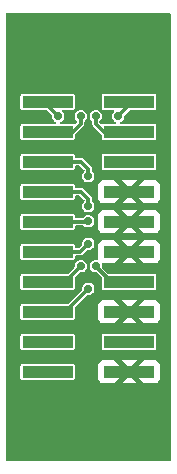
<source format=gbr>
%TF.GenerationSoftware,KiCad,Pcbnew,7.0.7-dirty*%
%TF.CreationDate,2023-09-27T11:33:23-05:00*%
%TF.ProjectId,BBB_JTAG_CTI20_SMT_TI20_SMT,4242425f-4a54-4414-975f-43544932305f,rev?*%
%TF.SameCoordinates,Original*%
%TF.FileFunction,Copper,L1,Top*%
%TF.FilePolarity,Positive*%
%FSLAX46Y46*%
G04 Gerber Fmt 4.6, Leading zero omitted, Abs format (unit mm)*
G04 Created by KiCad (PCBNEW 7.0.7-dirty) date 2023-09-27 11:33:23*
%MOMM*%
%LPD*%
G01*
G04 APERTURE LIST*
%TA.AperFunction,SMDPad,CuDef*%
%ADD10R,4.300000X1.020000*%
%TD*%
%TA.AperFunction,ViaPad*%
%ADD11C,0.736600*%
%TD*%
%TA.AperFunction,Conductor*%
%ADD12C,0.304800*%
%TD*%
G04 APERTURE END LIST*
D10*
%TO.P,P2,20*%
%TO.N,GND*%
X151951100Y-116433600D03*
%TO.P,P2,18*%
%TO.N,N/C*%
X151951100Y-113893600D03*
%TO.P,P2,16*%
%TO.N,GND*%
X151951100Y-111353600D03*
%TO.P,P2,14*%
%TO.N,EMU1*%
X151951100Y-108813600D03*
%TO.P,P2,12*%
%TO.N,GND*%
X151951100Y-106273600D03*
%TO.P,P2,10*%
X151951100Y-103733600D03*
%TO.P,P2,8*%
X151951100Y-101193600D03*
%TO.P,P2,6*%
%TO.N,N/C*%
X151951100Y-98653600D03*
%TO.P,P2,4*%
%TO.N,DIS*%
X151951100Y-96113600D03*
%TO.P,P2,2*%
%TO.N,TRST_N*%
X151951100Y-93573600D03*
%TO.P,P2,19*%
%TO.N,N/C*%
X145051100Y-116433600D03*
%TO.P,P2,17*%
X145051100Y-113893600D03*
%TO.P,P2,15*%
%TO.N,SRST_N*%
X145051100Y-111353600D03*
%TO.P,P2,13*%
%TO.N,EMU0*%
X145051100Y-108813600D03*
%TO.P,P2,11*%
%TO.N,TCK*%
X145051100Y-106273600D03*
%TO.P,P2,9*%
%TO.N,RTCK*%
X145051100Y-103733600D03*
%TO.P,P2,7*%
%TO.N,TDO*%
X145051100Y-101193600D03*
%TO.P,P2,5*%
%TO.N,VDD*%
X145051100Y-98653600D03*
%TO.P,P2,3*%
%TO.N,TDI*%
X145051100Y-96113600D03*
%TO.P,P2,1*%
%TO.N,TMS*%
X145051100Y-93573600D03*
%TD*%
D11*
%TO.N,SRST_N*%
X148486100Y-109398600D03*
%TO.N,RTCK*%
X148486100Y-103683600D03*
%TO.N,EMU1*%
X149121100Y-107493600D03*
%TO.N,EMU0*%
X147851100Y-107493600D03*
%TO.N,TCK*%
X148486100Y-105588600D03*
%TO.N,TDO*%
X148486100Y-102413600D03*
%TO.N,VDD*%
X148486100Y-99873600D03*
%TO.N,DIS*%
X149121100Y-94793600D03*
%TO.N,TDI*%
X147851100Y-94793600D03*
%TO.N,TMS*%
X145946100Y-94793600D03*
%TO.N,TRST_N*%
X151026100Y-94793600D03*
%TO.N,EMU1*%
X149121100Y-107493600D03*
%TO.N,GND*%
X148486100Y-116383600D03*
X148486100Y-113843600D03*
X148486100Y-111303600D03*
%TO.N,DIS*%
X149121100Y-94793600D03*
%TO.N,TRST_N*%
X151026100Y-94793600D03*
%TO.N,SRST_N*%
X148486100Y-109398600D03*
%TO.N,EMU0*%
X147851100Y-107493600D03*
%TO.N,TCK*%
X148486100Y-105588600D03*
%TO.N,RTCK*%
X148486100Y-103683600D03*
%TO.N,TDO*%
X148486100Y-102413600D03*
%TO.N,VDD*%
X148486100Y-99873600D03*
%TO.N,TDI*%
X147851100Y-94793600D03*
%TO.N,TMS*%
X145946100Y-94793600D03*
%TD*%
D12*
%TO.N,EMU1*%
X150441100Y-108813600D02*
X149121100Y-107493600D01*
X151951100Y-108813600D02*
X150441100Y-108813600D01*
%TO.N,DIS*%
X149121100Y-95428600D02*
X149121100Y-94793600D01*
X149806100Y-96113600D02*
X149121100Y-95428600D01*
X151951100Y-96113600D02*
X149806100Y-96113600D01*
%TO.N,TRST_N*%
X151951100Y-93868600D02*
X151026100Y-94793600D01*
X151951100Y-93573600D02*
X151951100Y-93868600D01*
%TO.N,SRST_N*%
X146531100Y-111353600D02*
X148486100Y-109398600D01*
X145051100Y-111353600D02*
X146531100Y-111353600D01*
%TO.N,EMU0*%
X146531100Y-108813600D02*
X147851100Y-107493600D01*
X145051100Y-108813600D02*
X146531100Y-108813600D01*
%TO.N,TCK*%
X147801100Y-106273600D02*
X148486100Y-105588600D01*
X145051100Y-106273600D02*
X147801100Y-106273600D01*
%TO.N,RTCK*%
X148436100Y-103733600D02*
X148486100Y-103683600D01*
X145051100Y-103733600D02*
X148436100Y-103733600D01*
%TO.N,TDO*%
X148486100Y-101778600D02*
X148486100Y-102413600D01*
X147901100Y-101193600D02*
X148486100Y-101778600D01*
X145051100Y-101193600D02*
X147901100Y-101193600D01*
%TO.N,VDD*%
X148486100Y-99238600D02*
X148486100Y-99873600D01*
X147901100Y-98653600D02*
X148486100Y-99238600D01*
X145051100Y-98653600D02*
X147901100Y-98653600D01*
%TO.N,TDI*%
X147851100Y-95428600D02*
X147851100Y-94793600D01*
X147166100Y-96113600D02*
X147851100Y-95428600D01*
X145051100Y-96113600D02*
X147166100Y-96113600D01*
%TO.N,TMS*%
X145051100Y-93898600D02*
X145946100Y-94793600D01*
X145051100Y-93573600D02*
X145051100Y-93898600D01*
%TD*%
%TA.AperFunction,Conductor*%
%TO.N,GND*%
G36*
X155434131Y-86048313D02*
G01*
X155470676Y-86098613D01*
X155475600Y-86129700D01*
X155475600Y-123877500D01*
X155456387Y-123936631D01*
X155406087Y-123973176D01*
X155375000Y-123978100D01*
X141627200Y-123978100D01*
X141568069Y-123958887D01*
X141531524Y-123908587D01*
X141526600Y-123877500D01*
X141526600Y-116958655D01*
X142748200Y-116958655D01*
X142757071Y-117003257D01*
X142757073Y-117003261D01*
X142790864Y-117053832D01*
X142790865Y-117053833D01*
X142790866Y-117053834D01*
X142841442Y-117087628D01*
X142886043Y-117096500D01*
X147216156Y-117096499D01*
X147260758Y-117087628D01*
X147311334Y-117053834D01*
X147345128Y-117003258D01*
X147346062Y-116998563D01*
X149344700Y-116998563D01*
X149347592Y-117029408D01*
X149393031Y-117159269D01*
X149474731Y-117269968D01*
X149585430Y-117351668D01*
X149715292Y-117397107D01*
X149715291Y-117397107D01*
X149746137Y-117400000D01*
X150661977Y-117400000D01*
X151307424Y-117400000D01*
X152594776Y-117400000D01*
X151951100Y-116756324D01*
X151307424Y-117400000D01*
X150661977Y-117400000D01*
X151628376Y-116433599D01*
X152273823Y-116433599D01*
X153240223Y-117400000D01*
X154156063Y-117400000D01*
X154186908Y-117397107D01*
X154316769Y-117351668D01*
X154427468Y-117269968D01*
X154509168Y-117159269D01*
X154554607Y-117029408D01*
X154557500Y-116998563D01*
X154557500Y-115868636D01*
X154554607Y-115837791D01*
X154509168Y-115707930D01*
X154427468Y-115597231D01*
X154316769Y-115515531D01*
X154186907Y-115470092D01*
X154186908Y-115470092D01*
X154156063Y-115467200D01*
X153240223Y-115467200D01*
X152273823Y-116433599D01*
X151628376Y-116433599D01*
X151628376Y-116433598D01*
X150661977Y-115467200D01*
X151307424Y-115467200D01*
X151951100Y-116110876D01*
X152594776Y-115467200D01*
X151307424Y-115467200D01*
X150661977Y-115467200D01*
X149746137Y-115467200D01*
X149715291Y-115470092D01*
X149585430Y-115515531D01*
X149474731Y-115597231D01*
X149393031Y-115707930D01*
X149347592Y-115837791D01*
X149344700Y-115868636D01*
X149344700Y-116998563D01*
X147346062Y-116998563D01*
X147354000Y-116958657D01*
X147353999Y-115908544D01*
X147345128Y-115863942D01*
X147345126Y-115863938D01*
X147311335Y-115813367D01*
X147311333Y-115813365D01*
X147260757Y-115779571D01*
X147225027Y-115772464D01*
X147216157Y-115770700D01*
X147216156Y-115770700D01*
X142886044Y-115770700D01*
X142841442Y-115779571D01*
X142841438Y-115779573D01*
X142790867Y-115813364D01*
X142790865Y-115813366D01*
X142757071Y-115863942D01*
X142748200Y-115908543D01*
X142748200Y-116958655D01*
X141526600Y-116958655D01*
X141526600Y-114418655D01*
X142748200Y-114418655D01*
X142757071Y-114463257D01*
X142757073Y-114463261D01*
X142790864Y-114513832D01*
X142790865Y-114513833D01*
X142790866Y-114513834D01*
X142841442Y-114547628D01*
X142886043Y-114556500D01*
X147216156Y-114556499D01*
X147260758Y-114547628D01*
X147311334Y-114513834D01*
X147345128Y-114463258D01*
X147354000Y-114418657D01*
X147354000Y-114418655D01*
X149648200Y-114418655D01*
X149657071Y-114463257D01*
X149657073Y-114463261D01*
X149690864Y-114513832D01*
X149690865Y-114513833D01*
X149690866Y-114513834D01*
X149741442Y-114547628D01*
X149786043Y-114556500D01*
X154116156Y-114556499D01*
X154160758Y-114547628D01*
X154211334Y-114513834D01*
X154245128Y-114463258D01*
X154254000Y-114418657D01*
X154253999Y-113368544D01*
X154245128Y-113323942D01*
X154245126Y-113323938D01*
X154211335Y-113273367D01*
X154211333Y-113273365D01*
X154160757Y-113239571D01*
X154125027Y-113232464D01*
X154116157Y-113230700D01*
X154116156Y-113230700D01*
X149786044Y-113230700D01*
X149741442Y-113239571D01*
X149741438Y-113239573D01*
X149690867Y-113273364D01*
X149690865Y-113273366D01*
X149657071Y-113323942D01*
X149648200Y-113368543D01*
X149648200Y-114418655D01*
X147354000Y-114418655D01*
X147353999Y-113368544D01*
X147345128Y-113323942D01*
X147345126Y-113323938D01*
X147311335Y-113273367D01*
X147311333Y-113273365D01*
X147260757Y-113239571D01*
X147225027Y-113232464D01*
X147216157Y-113230700D01*
X147216156Y-113230700D01*
X142886044Y-113230700D01*
X142841442Y-113239571D01*
X142841438Y-113239573D01*
X142790867Y-113273364D01*
X142790865Y-113273366D01*
X142757071Y-113323942D01*
X142748200Y-113368543D01*
X142748200Y-114418655D01*
X141526600Y-114418655D01*
X141526600Y-111878655D01*
X142748200Y-111878655D01*
X142757071Y-111923257D01*
X142757073Y-111923261D01*
X142790864Y-111973832D01*
X142790865Y-111973833D01*
X142790866Y-111973834D01*
X142841442Y-112007628D01*
X142886043Y-112016500D01*
X147216156Y-112016499D01*
X147260758Y-112007628D01*
X147311334Y-111973834D01*
X147345128Y-111923258D01*
X147346062Y-111918563D01*
X149344700Y-111918563D01*
X149347592Y-111949408D01*
X149393031Y-112079269D01*
X149474731Y-112189968D01*
X149585430Y-112271668D01*
X149715292Y-112317107D01*
X149715291Y-112317107D01*
X149746137Y-112320000D01*
X150661977Y-112320000D01*
X151307424Y-112320000D01*
X152594776Y-112320000D01*
X151951100Y-111676324D01*
X151307424Y-112320000D01*
X150661977Y-112320000D01*
X151628376Y-111353599D01*
X152273823Y-111353599D01*
X153240223Y-112320000D01*
X154156063Y-112320000D01*
X154186908Y-112317107D01*
X154316769Y-112271668D01*
X154427468Y-112189968D01*
X154509168Y-112079269D01*
X154554607Y-111949408D01*
X154557500Y-111918563D01*
X154557500Y-110788636D01*
X154554607Y-110757791D01*
X154509168Y-110627930D01*
X154427468Y-110517231D01*
X154316769Y-110435531D01*
X154186907Y-110390092D01*
X154186908Y-110390092D01*
X154156063Y-110387200D01*
X153240223Y-110387200D01*
X152273823Y-111353599D01*
X151628376Y-111353599D01*
X151628376Y-111353598D01*
X150661977Y-110387200D01*
X151307424Y-110387200D01*
X151951100Y-111030876D01*
X152594776Y-110387200D01*
X151307424Y-110387200D01*
X150661977Y-110387200D01*
X149746137Y-110387200D01*
X149715291Y-110390092D01*
X149585430Y-110435531D01*
X149474731Y-110517231D01*
X149393031Y-110627930D01*
X149347592Y-110757791D01*
X149344700Y-110788636D01*
X149344700Y-111918563D01*
X147346062Y-111918563D01*
X147354000Y-111878657D01*
X147353999Y-111004127D01*
X147373212Y-110944997D01*
X147383458Y-110932999D01*
X148368011Y-109948446D01*
X148423407Y-109920222D01*
X148452276Y-109919844D01*
X148486098Y-109924297D01*
X148486100Y-109924297D01*
X148486103Y-109924297D01*
X148588145Y-109910862D01*
X148622160Y-109906384D01*
X148748949Y-109853867D01*
X148857824Y-109770324D01*
X148941367Y-109661449D01*
X148993884Y-109534660D01*
X149007158Y-109433834D01*
X149011797Y-109398602D01*
X149011797Y-109398597D01*
X148993884Y-109262540D01*
X148941369Y-109135756D01*
X148941368Y-109135754D01*
X148941367Y-109135753D01*
X148941367Y-109135752D01*
X148857824Y-109026876D01*
X148857823Y-109026875D01*
X148857821Y-109026873D01*
X148748951Y-108943334D01*
X148748947Y-108943332D01*
X148622159Y-108890815D01*
X148486103Y-108872903D01*
X148486097Y-108872903D01*
X148350040Y-108890815D01*
X148223256Y-108943330D01*
X148223249Y-108943334D01*
X148114379Y-109026873D01*
X148114373Y-109026879D01*
X148030834Y-109135749D01*
X148030830Y-109135756D01*
X147978315Y-109262540D01*
X147960403Y-109398597D01*
X147960403Y-109398603D01*
X147964855Y-109432422D01*
X147953525Y-109493555D01*
X147936251Y-109516687D01*
X146791704Y-110661235D01*
X146736306Y-110689461D01*
X146720569Y-110690700D01*
X142886044Y-110690700D01*
X142841442Y-110699571D01*
X142841438Y-110699573D01*
X142790867Y-110733364D01*
X142790865Y-110733366D01*
X142757071Y-110783942D01*
X142748200Y-110828543D01*
X142748200Y-111878655D01*
X141526600Y-111878655D01*
X141526600Y-109338655D01*
X142748200Y-109338655D01*
X142757071Y-109383257D01*
X142757073Y-109383261D01*
X142790864Y-109433832D01*
X142790865Y-109433833D01*
X142790866Y-109433834D01*
X142841442Y-109467628D01*
X142886043Y-109476500D01*
X147216156Y-109476499D01*
X147260758Y-109467628D01*
X147311334Y-109433834D01*
X147345128Y-109383258D01*
X147354000Y-109338657D01*
X147353999Y-108464127D01*
X147373212Y-108404997D01*
X147383458Y-108392999D01*
X147733011Y-108043446D01*
X147788407Y-108015222D01*
X147817276Y-108014844D01*
X147851098Y-108019297D01*
X147851100Y-108019297D01*
X147851103Y-108019297D01*
X147953145Y-108005862D01*
X147987160Y-108001384D01*
X148113949Y-107948867D01*
X148222824Y-107865324D01*
X148306367Y-107756449D01*
X148358884Y-107629660D01*
X148376797Y-107493602D01*
X148595403Y-107493602D01*
X148613315Y-107629659D01*
X148665832Y-107756447D01*
X148665834Y-107756451D01*
X148749373Y-107865321D01*
X148749378Y-107865326D01*
X148858248Y-107948865D01*
X148858251Y-107948867D01*
X148985039Y-108001383D01*
X148985040Y-108001384D01*
X149121097Y-108019297D01*
X149121100Y-108019297D01*
X149121101Y-108019297D01*
X149154922Y-108014844D01*
X149216055Y-108026173D01*
X149239189Y-108043448D01*
X149618735Y-108422994D01*
X149646961Y-108478392D01*
X149648200Y-108494129D01*
X149648200Y-109338655D01*
X149657071Y-109383257D01*
X149657073Y-109383261D01*
X149690864Y-109433832D01*
X149690865Y-109433833D01*
X149690866Y-109433834D01*
X149741442Y-109467628D01*
X149786043Y-109476500D01*
X154116156Y-109476499D01*
X154160758Y-109467628D01*
X154211334Y-109433834D01*
X154245128Y-109383258D01*
X154254000Y-109338657D01*
X154253999Y-108288544D01*
X154245128Y-108243942D01*
X154245126Y-108243938D01*
X154211335Y-108193367D01*
X154211333Y-108193365D01*
X154160757Y-108159571D01*
X154125027Y-108152464D01*
X154116157Y-108150700D01*
X154116156Y-108150700D01*
X150251629Y-108150700D01*
X150192498Y-108131487D01*
X150180494Y-108121235D01*
X149670948Y-107611689D01*
X149642722Y-107556291D01*
X149642344Y-107527422D01*
X149646797Y-107493601D01*
X149646797Y-107493598D01*
X149628216Y-107352468D01*
X149639546Y-107291334D01*
X149684645Y-107248536D01*
X149737355Y-107239176D01*
X149746135Y-107240000D01*
X150661977Y-107240000D01*
X151307424Y-107240000D01*
X152594776Y-107240000D01*
X151951100Y-106596324D01*
X151307424Y-107240000D01*
X150661977Y-107240000D01*
X151628376Y-106273599D01*
X152273823Y-106273599D01*
X153240223Y-107240000D01*
X154156063Y-107240000D01*
X154186908Y-107237107D01*
X154316769Y-107191668D01*
X154427468Y-107109968D01*
X154509168Y-106999269D01*
X154554607Y-106869408D01*
X154557500Y-106838563D01*
X154557500Y-105708636D01*
X154554607Y-105677791D01*
X154509168Y-105547930D01*
X154427468Y-105437231D01*
X154316769Y-105355531D01*
X154186907Y-105310092D01*
X154186908Y-105310092D01*
X154156063Y-105307200D01*
X153240223Y-105307200D01*
X152273823Y-106273599D01*
X151628376Y-106273599D01*
X151628376Y-106273598D01*
X150661977Y-105307200D01*
X151307424Y-105307200D01*
X151951100Y-105950876D01*
X152594776Y-105307200D01*
X151307424Y-105307200D01*
X150661977Y-105307200D01*
X149746137Y-105307200D01*
X149715291Y-105310092D01*
X149585430Y-105355531D01*
X149474731Y-105437231D01*
X149393031Y-105547930D01*
X149347592Y-105677791D01*
X149344700Y-105708636D01*
X149344699Y-106838565D01*
X149347997Y-106873729D01*
X149334388Y-106934395D01*
X149287719Y-106975476D01*
X149234705Y-106982859D01*
X149121103Y-106967903D01*
X149121097Y-106967903D01*
X148985040Y-106985815D01*
X148858256Y-107038330D01*
X148858249Y-107038334D01*
X148749379Y-107121873D01*
X148749373Y-107121879D01*
X148665834Y-107230749D01*
X148665830Y-107230756D01*
X148613315Y-107357540D01*
X148595403Y-107493597D01*
X148595403Y-107493602D01*
X148376797Y-107493602D01*
X148376797Y-107493600D01*
X148376796Y-107493596D01*
X148358884Y-107357540D01*
X148306369Y-107230756D01*
X148306368Y-107230754D01*
X148306367Y-107230753D01*
X148306367Y-107230752D01*
X148222824Y-107121876D01*
X148222823Y-107121875D01*
X148222821Y-107121873D01*
X148113951Y-107038334D01*
X148113947Y-107038332D01*
X147987159Y-106985815D01*
X147851103Y-106967903D01*
X147851097Y-106967903D01*
X147715040Y-106985815D01*
X147588256Y-107038330D01*
X147588249Y-107038334D01*
X147479379Y-107121873D01*
X147479373Y-107121879D01*
X147395834Y-107230749D01*
X147395830Y-107230756D01*
X147343315Y-107357540D01*
X147325403Y-107493596D01*
X147325403Y-107493597D01*
X147325403Y-107493600D01*
X147329856Y-107527422D01*
X147329856Y-107527423D01*
X147318524Y-107588556D01*
X147301251Y-107611688D01*
X146791704Y-108121235D01*
X146736306Y-108149461D01*
X146720569Y-108150700D01*
X142886044Y-108150700D01*
X142841442Y-108159571D01*
X142841438Y-108159573D01*
X142790867Y-108193364D01*
X142790865Y-108193366D01*
X142757071Y-108243942D01*
X142748200Y-108288543D01*
X142748200Y-109338655D01*
X141526600Y-109338655D01*
X141526600Y-106798655D01*
X142748200Y-106798655D01*
X142757071Y-106843257D01*
X142757073Y-106843261D01*
X142790864Y-106893832D01*
X142790865Y-106893833D01*
X142790866Y-106893834D01*
X142841442Y-106927628D01*
X142886043Y-106936500D01*
X147216156Y-106936499D01*
X147260758Y-106927628D01*
X147311334Y-106893834D01*
X147345128Y-106843258D01*
X147354000Y-106798657D01*
X147354000Y-106679500D01*
X147373213Y-106620369D01*
X147423513Y-106583824D01*
X147454600Y-106578900D01*
X147734889Y-106578900D01*
X147748785Y-106581167D01*
X147748959Y-106579922D01*
X147758185Y-106581208D01*
X147758190Y-106581210D01*
X147787638Y-106579848D01*
X147806996Y-106578954D01*
X147809319Y-106578900D01*
X147829384Y-106578900D01*
X147829389Y-106578900D01*
X147832937Y-106578236D01*
X147839848Y-106577434D01*
X147872209Y-106575938D01*
X147881335Y-106571908D01*
X147903487Y-106565048D01*
X147913297Y-106563215D01*
X147940835Y-106546162D01*
X147946994Y-106542915D01*
X147976625Y-106529834D01*
X147983679Y-106522778D01*
X148001859Y-106508378D01*
X148010342Y-106503127D01*
X148029864Y-106477273D01*
X148034427Y-106472030D01*
X148368011Y-106138447D01*
X148423408Y-106110222D01*
X148452277Y-106109844D01*
X148486099Y-106114297D01*
X148486100Y-106114297D01*
X148486103Y-106114297D01*
X148588145Y-106100862D01*
X148622160Y-106096384D01*
X148748949Y-106043867D01*
X148857824Y-105960324D01*
X148941367Y-105851449D01*
X148993884Y-105724660D01*
X149003270Y-105653365D01*
X149011797Y-105588602D01*
X149011797Y-105588597D01*
X148993884Y-105452540D01*
X148941369Y-105325756D01*
X148941368Y-105325754D01*
X148941367Y-105325753D01*
X148941367Y-105325752D01*
X148857824Y-105216876D01*
X148857823Y-105216875D01*
X148857821Y-105216873D01*
X148748951Y-105133334D01*
X148748947Y-105133332D01*
X148622159Y-105080815D01*
X148486103Y-105062903D01*
X148486097Y-105062903D01*
X148350040Y-105080815D01*
X148223256Y-105133330D01*
X148223249Y-105133334D01*
X148114379Y-105216873D01*
X148114373Y-105216879D01*
X148030834Y-105325749D01*
X148030830Y-105325756D01*
X147978315Y-105452540D01*
X147960403Y-105588596D01*
X147960403Y-105588597D01*
X147960403Y-105588600D01*
X147964481Y-105619573D01*
X147964856Y-105622423D01*
X147953524Y-105683556D01*
X147936251Y-105706688D01*
X147704106Y-105938835D01*
X147648709Y-105967061D01*
X147632971Y-105968300D01*
X147454599Y-105968300D01*
X147395468Y-105949087D01*
X147358923Y-105898787D01*
X147353999Y-105867700D01*
X147353999Y-105748544D01*
X147345128Y-105703942D01*
X147345126Y-105703938D01*
X147311335Y-105653367D01*
X147311333Y-105653365D01*
X147260757Y-105619571D01*
X147225027Y-105612464D01*
X147216157Y-105610700D01*
X147216156Y-105610700D01*
X142886044Y-105610700D01*
X142841442Y-105619571D01*
X142841438Y-105619573D01*
X142790867Y-105653364D01*
X142790865Y-105653366D01*
X142757071Y-105703942D01*
X142748200Y-105748543D01*
X142748200Y-106798655D01*
X141526600Y-106798655D01*
X141526600Y-104258655D01*
X142748200Y-104258655D01*
X142757071Y-104303257D01*
X142757073Y-104303261D01*
X142790864Y-104353832D01*
X142790865Y-104353833D01*
X142790866Y-104353834D01*
X142841442Y-104387628D01*
X142886043Y-104396500D01*
X147216156Y-104396499D01*
X147260758Y-104387628D01*
X147311334Y-104353834D01*
X147345128Y-104303258D01*
X147346062Y-104298563D01*
X149344700Y-104298563D01*
X149347592Y-104329408D01*
X149393031Y-104459269D01*
X149474731Y-104569968D01*
X149585430Y-104651668D01*
X149715292Y-104697107D01*
X149715291Y-104697107D01*
X149746137Y-104700000D01*
X150661977Y-104700000D01*
X151307424Y-104700000D01*
X152594776Y-104700000D01*
X151951100Y-104056324D01*
X151307424Y-104700000D01*
X150661977Y-104700000D01*
X151628375Y-103733600D01*
X152273823Y-103733600D01*
X153240223Y-104700000D01*
X154156063Y-104700000D01*
X154186908Y-104697107D01*
X154316769Y-104651668D01*
X154427468Y-104569968D01*
X154509168Y-104459269D01*
X154554607Y-104329408D01*
X154557500Y-104298563D01*
X154557500Y-103168636D01*
X154554607Y-103137791D01*
X154509168Y-103007930D01*
X154427468Y-102897231D01*
X154316769Y-102815531D01*
X154186907Y-102770092D01*
X154186908Y-102770092D01*
X154156063Y-102767200D01*
X153240223Y-102767200D01*
X152273823Y-103733600D01*
X151628375Y-103733600D01*
X151628376Y-103733599D01*
X150661977Y-102767200D01*
X151307424Y-102767200D01*
X151951100Y-103410876D01*
X152594776Y-102767200D01*
X151307424Y-102767200D01*
X150661977Y-102767200D01*
X149746137Y-102767200D01*
X149715291Y-102770092D01*
X149585430Y-102815531D01*
X149474731Y-102897231D01*
X149393031Y-103007930D01*
X149347592Y-103137791D01*
X149344700Y-103168636D01*
X149344700Y-104298563D01*
X147346062Y-104298563D01*
X147354000Y-104258657D01*
X147354000Y-104139499D01*
X147373213Y-104080369D01*
X147423513Y-104043824D01*
X147454600Y-104038900D01*
X148058822Y-104038900D01*
X148117953Y-104058113D01*
X148120063Y-104059688D01*
X148223251Y-104138867D01*
X148350040Y-104191384D01*
X148486097Y-104209297D01*
X148486100Y-104209297D01*
X148486103Y-104209297D01*
X148588145Y-104195862D01*
X148622160Y-104191384D01*
X148748949Y-104138867D01*
X148857824Y-104055324D01*
X148941367Y-103946449D01*
X148993884Y-103819660D01*
X149011797Y-103683600D01*
X148993884Y-103547540D01*
X148993884Y-103547539D01*
X148941369Y-103420756D01*
X148941368Y-103420754D01*
X148941367Y-103420753D01*
X148941367Y-103420752D01*
X148857824Y-103311876D01*
X148857823Y-103311875D01*
X148857821Y-103311873D01*
X148748951Y-103228334D01*
X148748947Y-103228332D01*
X148622159Y-103175815D01*
X148486103Y-103157903D01*
X148486097Y-103157903D01*
X148350040Y-103175815D01*
X148223256Y-103228330D01*
X148223249Y-103228334D01*
X148114379Y-103311873D01*
X148114373Y-103311879D01*
X148055242Y-103388941D01*
X148004003Y-103424157D01*
X147975431Y-103428300D01*
X147454599Y-103428300D01*
X147395468Y-103409087D01*
X147358923Y-103358787D01*
X147353999Y-103327700D01*
X147353999Y-103208544D01*
X147345128Y-103163942D01*
X147345126Y-103163938D01*
X147311335Y-103113367D01*
X147311333Y-103113365D01*
X147260757Y-103079571D01*
X147225027Y-103072464D01*
X147216157Y-103070700D01*
X147216156Y-103070700D01*
X142886044Y-103070700D01*
X142841442Y-103079571D01*
X142841438Y-103079573D01*
X142790867Y-103113364D01*
X142790865Y-103113366D01*
X142757071Y-103163942D01*
X142748200Y-103208543D01*
X142748200Y-104258655D01*
X141526600Y-104258655D01*
X141526600Y-101718655D01*
X142748200Y-101718655D01*
X142757071Y-101763257D01*
X142757073Y-101763261D01*
X142790864Y-101813832D01*
X142790865Y-101813833D01*
X142790866Y-101813834D01*
X142841442Y-101847628D01*
X142886043Y-101856500D01*
X147216156Y-101856499D01*
X147260758Y-101847628D01*
X147311334Y-101813834D01*
X147345128Y-101763258D01*
X147354000Y-101718657D01*
X147354000Y-101599500D01*
X147373213Y-101540369D01*
X147423513Y-101503824D01*
X147454600Y-101498900D01*
X147732971Y-101498900D01*
X147792102Y-101518113D01*
X147804106Y-101528365D01*
X148148261Y-101872520D01*
X148176487Y-101927918D01*
X148166761Y-101989326D01*
X148138368Y-102023466D01*
X148114376Y-102041875D01*
X148030831Y-102150754D01*
X148030830Y-102150756D01*
X147978315Y-102277540D01*
X147960403Y-102413597D01*
X147960403Y-102413602D01*
X147978315Y-102549659D01*
X148030832Y-102676447D01*
X148030834Y-102676451D01*
X148114373Y-102785321D01*
X148114378Y-102785326D01*
X148153742Y-102815531D01*
X148223251Y-102868867D01*
X148291729Y-102897231D01*
X148350040Y-102921384D01*
X148486097Y-102939297D01*
X148486100Y-102939297D01*
X148486103Y-102939297D01*
X148588145Y-102925862D01*
X148622160Y-102921384D01*
X148748949Y-102868867D01*
X148857824Y-102785324D01*
X148941367Y-102676449D01*
X148993884Y-102549660D01*
X149011797Y-102413600D01*
X148993884Y-102277540D01*
X148945198Y-102160000D01*
X148941369Y-102150756D01*
X148941368Y-102150754D01*
X148941367Y-102150753D01*
X148941367Y-102150752D01*
X148857824Y-102041876D01*
X148830758Y-102021107D01*
X148795542Y-101969867D01*
X148791400Y-101941296D01*
X148791400Y-101844811D01*
X148793667Y-101830914D01*
X148792422Y-101830741D01*
X148793708Y-101821515D01*
X148793710Y-101821510D01*
X148792226Y-101789408D01*
X148791454Y-101772703D01*
X148791400Y-101770380D01*
X148791400Y-101758563D01*
X149344700Y-101758563D01*
X149347592Y-101789408D01*
X149393031Y-101919269D01*
X149474731Y-102029968D01*
X149585430Y-102111668D01*
X149715292Y-102157107D01*
X149715291Y-102157107D01*
X149746137Y-102160000D01*
X150661977Y-102160000D01*
X151307424Y-102160000D01*
X152594776Y-102160000D01*
X151951100Y-101516324D01*
X151307424Y-102160000D01*
X150661977Y-102160000D01*
X151628375Y-101193600D01*
X152273823Y-101193600D01*
X153240223Y-102160000D01*
X154156063Y-102160000D01*
X154186908Y-102157107D01*
X154316769Y-102111668D01*
X154427468Y-102029968D01*
X154509168Y-101919269D01*
X154554607Y-101789408D01*
X154557500Y-101758563D01*
X154557500Y-100628636D01*
X154554607Y-100597791D01*
X154509168Y-100467930D01*
X154427468Y-100357231D01*
X154316769Y-100275531D01*
X154186907Y-100230092D01*
X154186908Y-100230092D01*
X154156063Y-100227200D01*
X153240223Y-100227200D01*
X152273823Y-101193600D01*
X151628375Y-101193600D01*
X151628376Y-101193599D01*
X151628376Y-101193598D01*
X150661977Y-100227200D01*
X151307424Y-100227200D01*
X151951100Y-100870876D01*
X152594776Y-100227200D01*
X151307424Y-100227200D01*
X150661977Y-100227200D01*
X149746137Y-100227200D01*
X149715291Y-100230092D01*
X149585430Y-100275531D01*
X149474731Y-100357231D01*
X149393031Y-100467930D01*
X149347592Y-100597791D01*
X149344700Y-100628636D01*
X149344700Y-101758563D01*
X148791400Y-101758563D01*
X148791400Y-101750311D01*
X148790736Y-101746764D01*
X148789934Y-101739840D01*
X148788954Y-101718655D01*
X148788438Y-101707491D01*
X148784407Y-101698362D01*
X148777547Y-101676206D01*
X148775715Y-101666403D01*
X148758663Y-101638864D01*
X148755410Y-101632692D01*
X148742334Y-101603075D01*
X148735276Y-101596017D01*
X148720881Y-101577844D01*
X148715627Y-101569358D01*
X148689783Y-101549841D01*
X148684525Y-101545266D01*
X148163799Y-101024540D01*
X148155580Y-101013107D01*
X148154573Y-101013869D01*
X148148953Y-101006427D01*
X148112850Y-100973515D01*
X148111169Y-100971910D01*
X148096975Y-100957716D01*
X148094001Y-100955679D01*
X148088542Y-100951355D01*
X148064604Y-100929533D01*
X148064602Y-100929532D01*
X148055297Y-100925927D01*
X148034787Y-100915116D01*
X148026553Y-100909476D01*
X147995028Y-100902061D01*
X147988366Y-100899998D01*
X147984210Y-100898388D01*
X147958170Y-100888300D01*
X147958169Y-100888300D01*
X147948191Y-100888300D01*
X147925159Y-100885628D01*
X147915444Y-100883343D01*
X147915443Y-100883343D01*
X147903292Y-100885038D01*
X147883370Y-100887817D01*
X147876416Y-100888300D01*
X147454599Y-100888300D01*
X147395468Y-100869087D01*
X147358923Y-100818787D01*
X147353999Y-100787700D01*
X147353999Y-100668544D01*
X147345128Y-100623942D01*
X147345126Y-100623938D01*
X147311335Y-100573367D01*
X147311333Y-100573365D01*
X147260757Y-100539571D01*
X147225027Y-100532464D01*
X147216157Y-100530700D01*
X147216156Y-100530700D01*
X142886044Y-100530700D01*
X142841442Y-100539571D01*
X142841438Y-100539573D01*
X142790867Y-100573364D01*
X142790865Y-100573366D01*
X142757071Y-100623942D01*
X142748200Y-100668543D01*
X142748200Y-101718655D01*
X141526600Y-101718655D01*
X141526600Y-99178655D01*
X142748200Y-99178655D01*
X142757071Y-99223257D01*
X142757073Y-99223261D01*
X142790864Y-99273832D01*
X142790865Y-99273833D01*
X142790866Y-99273834D01*
X142841442Y-99307628D01*
X142886043Y-99316500D01*
X147216156Y-99316499D01*
X147260758Y-99307628D01*
X147311334Y-99273834D01*
X147345128Y-99223258D01*
X147354000Y-99178657D01*
X147354000Y-99059499D01*
X147373213Y-99000369D01*
X147423513Y-98963824D01*
X147454600Y-98958900D01*
X147732971Y-98958900D01*
X147792102Y-98978113D01*
X147804106Y-98988365D01*
X148148261Y-99332519D01*
X148176487Y-99387917D01*
X148166761Y-99449325D01*
X148138370Y-99483463D01*
X148114378Y-99501873D01*
X148114376Y-99501875D01*
X148030831Y-99610754D01*
X148030830Y-99610756D01*
X147978315Y-99737540D01*
X147960403Y-99873597D01*
X147960403Y-99873602D01*
X147978315Y-100009659D01*
X148030832Y-100136447D01*
X148030834Y-100136451D01*
X148114373Y-100245321D01*
X148114378Y-100245326D01*
X148153742Y-100275531D01*
X148223251Y-100328867D01*
X148291729Y-100357231D01*
X148350040Y-100381384D01*
X148486097Y-100399297D01*
X148486100Y-100399297D01*
X148486103Y-100399297D01*
X148588145Y-100385862D01*
X148622160Y-100381384D01*
X148748949Y-100328867D01*
X148857824Y-100245324D01*
X148941367Y-100136449D01*
X148993884Y-100009660D01*
X149011797Y-99873600D01*
X148993884Y-99737540D01*
X148941367Y-99610752D01*
X148857824Y-99501876D01*
X148830758Y-99481107D01*
X148795542Y-99429867D01*
X148791400Y-99401296D01*
X148791400Y-99304811D01*
X148793667Y-99290914D01*
X148792422Y-99290741D01*
X148793708Y-99281515D01*
X148793710Y-99281510D01*
X148792373Y-99252608D01*
X148791454Y-99232703D01*
X148791400Y-99230380D01*
X148791400Y-99210311D01*
X148790736Y-99206764D01*
X148789934Y-99199840D01*
X148788954Y-99178655D01*
X149648200Y-99178655D01*
X149657071Y-99223257D01*
X149657073Y-99223261D01*
X149690864Y-99273832D01*
X149690865Y-99273833D01*
X149690866Y-99273834D01*
X149741442Y-99307628D01*
X149786043Y-99316500D01*
X154116156Y-99316499D01*
X154160758Y-99307628D01*
X154211334Y-99273834D01*
X154245128Y-99223258D01*
X154254000Y-99178657D01*
X154253999Y-98128544D01*
X154245128Y-98083942D01*
X154245126Y-98083938D01*
X154211335Y-98033367D01*
X154211333Y-98033365D01*
X154160757Y-97999571D01*
X154125027Y-97992464D01*
X154116157Y-97990700D01*
X154116156Y-97990700D01*
X149786044Y-97990700D01*
X149741442Y-97999571D01*
X149741438Y-97999573D01*
X149690867Y-98033364D01*
X149690865Y-98033366D01*
X149657071Y-98083942D01*
X149648200Y-98128543D01*
X149648200Y-99178655D01*
X148788954Y-99178655D01*
X148788438Y-99167491D01*
X148784407Y-99158362D01*
X148777547Y-99136206D01*
X148775715Y-99126403D01*
X148758663Y-99098864D01*
X148755410Y-99092692D01*
X148742334Y-99063075D01*
X148735276Y-99056017D01*
X148720881Y-99037844D01*
X148715627Y-99029358D01*
X148689783Y-99009841D01*
X148684525Y-99005266D01*
X148163799Y-98484540D01*
X148155580Y-98473107D01*
X148154573Y-98473869D01*
X148148953Y-98466427D01*
X148112850Y-98433515D01*
X148111169Y-98431910D01*
X148096975Y-98417716D01*
X148094001Y-98415679D01*
X148088542Y-98411355D01*
X148064604Y-98389533D01*
X148064602Y-98389532D01*
X148055297Y-98385927D01*
X148034787Y-98375116D01*
X148026553Y-98369476D01*
X147995028Y-98362061D01*
X147988366Y-98359998D01*
X147984210Y-98358388D01*
X147958170Y-98348300D01*
X147958169Y-98348300D01*
X147948191Y-98348300D01*
X147925159Y-98345628D01*
X147915444Y-98343343D01*
X147915443Y-98343343D01*
X147903292Y-98345038D01*
X147883370Y-98347817D01*
X147876416Y-98348300D01*
X147454599Y-98348300D01*
X147395468Y-98329087D01*
X147358923Y-98278787D01*
X147353999Y-98247700D01*
X147353999Y-98128544D01*
X147345128Y-98083942D01*
X147345126Y-98083938D01*
X147311335Y-98033367D01*
X147311333Y-98033365D01*
X147260757Y-97999571D01*
X147225027Y-97992464D01*
X147216157Y-97990700D01*
X147216156Y-97990700D01*
X142886044Y-97990700D01*
X142841442Y-97999571D01*
X142841438Y-97999573D01*
X142790867Y-98033364D01*
X142790865Y-98033366D01*
X142757071Y-98083942D01*
X142748200Y-98128543D01*
X142748200Y-99178655D01*
X141526600Y-99178655D01*
X141526600Y-96638655D01*
X142748200Y-96638655D01*
X142757071Y-96683257D01*
X142757073Y-96683261D01*
X142790864Y-96733832D01*
X142790865Y-96733833D01*
X142790866Y-96733834D01*
X142841442Y-96767628D01*
X142886043Y-96776500D01*
X147216156Y-96776499D01*
X147260758Y-96767628D01*
X147311334Y-96733834D01*
X147345128Y-96683258D01*
X147354000Y-96638657D01*
X147353999Y-96405106D01*
X147373212Y-96345976D01*
X147374316Y-96344485D01*
X147375340Y-96343127D01*
X147375342Y-96343127D01*
X147394864Y-96317273D01*
X147399427Y-96312030D01*
X148020161Y-95691297D01*
X148031600Y-95683096D01*
X148030829Y-95682075D01*
X148038269Y-95676456D01*
X148038269Y-95676455D01*
X148038271Y-95676455D01*
X148071196Y-95640336D01*
X148072757Y-95638701D01*
X148086983Y-95624477D01*
X148089027Y-95621491D01*
X148093346Y-95616040D01*
X148115167Y-95592104D01*
X148118768Y-95582805D01*
X148129588Y-95562281D01*
X148130944Y-95560300D01*
X148135224Y-95554054D01*
X148142639Y-95522523D01*
X148144697Y-95515875D01*
X148156400Y-95485670D01*
X148156400Y-95475686D01*
X148159071Y-95452657D01*
X148161356Y-95442944D01*
X148156882Y-95410876D01*
X148156400Y-95403921D01*
X148156400Y-95265903D01*
X148175613Y-95206772D01*
X148195756Y-95186093D01*
X148222824Y-95165324D01*
X148306367Y-95056449D01*
X148358884Y-94929660D01*
X148376797Y-94793602D01*
X148595403Y-94793602D01*
X148613315Y-94929659D01*
X148665832Y-95056447D01*
X148665834Y-95056451D01*
X148749373Y-95165321D01*
X148749374Y-95165322D01*
X148749376Y-95165324D01*
X148776442Y-95186092D01*
X148811657Y-95237330D01*
X148815800Y-95265903D01*
X148815800Y-95362388D01*
X148813544Y-95376286D01*
X148814778Y-95376458D01*
X148813490Y-95385690D01*
X148815746Y-95434496D01*
X148815800Y-95436819D01*
X148815800Y-95456894D01*
X148816462Y-95460433D01*
X148817264Y-95467353D01*
X148818761Y-95499704D01*
X148818762Y-95499709D01*
X148822792Y-95508837D01*
X148829650Y-95530982D01*
X148831484Y-95540796D01*
X148831485Y-95540797D01*
X148848536Y-95568335D01*
X148851783Y-95574496D01*
X148864865Y-95604124D01*
X148871923Y-95611182D01*
X148886319Y-95629357D01*
X148891572Y-95637841D01*
X148917415Y-95657357D01*
X148922676Y-95661935D01*
X149543403Y-96282663D01*
X149551635Y-96294084D01*
X149552629Y-96293334D01*
X149558245Y-96300771D01*
X149594336Y-96333672D01*
X149596017Y-96335277D01*
X149610222Y-96349482D01*
X149611868Y-96350849D01*
X149612347Y-96351607D01*
X149613511Y-96352771D01*
X149613248Y-96353033D01*
X149645086Y-96403406D01*
X149648200Y-96428244D01*
X149648200Y-96638656D01*
X149657071Y-96683257D01*
X149657073Y-96683261D01*
X149690864Y-96733832D01*
X149690865Y-96733833D01*
X149690866Y-96733834D01*
X149741442Y-96767628D01*
X149786043Y-96776500D01*
X154116156Y-96776499D01*
X154160758Y-96767628D01*
X154211334Y-96733834D01*
X154245128Y-96683258D01*
X154254000Y-96638657D01*
X154253999Y-95588544D01*
X154245128Y-95543942D01*
X154245126Y-95543938D01*
X154211335Y-95493367D01*
X154211333Y-95493365D01*
X154160757Y-95459571D01*
X154124231Y-95452306D01*
X154116157Y-95450700D01*
X154116156Y-95450700D01*
X151307429Y-95450700D01*
X151248298Y-95431487D01*
X151211753Y-95381187D01*
X151211753Y-95319013D01*
X151248298Y-95268713D01*
X151268927Y-95257160D01*
X151288949Y-95248867D01*
X151397824Y-95165324D01*
X151481367Y-95056449D01*
X151533884Y-94929660D01*
X151551797Y-94793600D01*
X151547344Y-94759774D01*
X151558674Y-94698642D01*
X151575945Y-94675512D01*
X151985494Y-94265963D01*
X152040892Y-94237738D01*
X152056629Y-94236499D01*
X154116156Y-94236499D01*
X154160758Y-94227628D01*
X154211334Y-94193834D01*
X154245128Y-94143258D01*
X154254000Y-94098657D01*
X154253999Y-93048544D01*
X154245128Y-93003942D01*
X154245126Y-93003938D01*
X154211335Y-92953367D01*
X154211333Y-92953365D01*
X154160757Y-92919571D01*
X154125027Y-92912464D01*
X154116157Y-92910700D01*
X154116156Y-92910700D01*
X149786044Y-92910700D01*
X149741442Y-92919571D01*
X149741438Y-92919573D01*
X149690867Y-92953364D01*
X149690865Y-92953366D01*
X149657071Y-93003942D01*
X149648200Y-93048543D01*
X149648200Y-94098655D01*
X149657071Y-94143257D01*
X149657073Y-94143261D01*
X149690864Y-94193832D01*
X149690865Y-94193833D01*
X149690866Y-94193834D01*
X149741442Y-94227628D01*
X149786043Y-94236500D01*
X150599607Y-94236499D01*
X150658737Y-94255712D01*
X150695282Y-94306012D01*
X150695282Y-94368186D01*
X150660851Y-94416907D01*
X150660848Y-94416910D01*
X150654376Y-94421876D01*
X150654373Y-94421879D01*
X150570834Y-94530749D01*
X150570830Y-94530756D01*
X150518315Y-94657540D01*
X150500403Y-94793597D01*
X150500403Y-94793602D01*
X150518315Y-94929659D01*
X150570832Y-95056447D01*
X150570834Y-95056451D01*
X150654373Y-95165321D01*
X150654378Y-95165326D01*
X150763248Y-95248865D01*
X150763251Y-95248867D01*
X150783268Y-95257158D01*
X150830545Y-95297535D01*
X150845061Y-95357991D01*
X150821269Y-95415433D01*
X150768258Y-95447920D01*
X150744771Y-95450700D01*
X149786044Y-95450700D01*
X149741442Y-95459571D01*
X149715608Y-95476834D01*
X149655768Y-95493710D01*
X149597436Y-95472191D01*
X149588582Y-95464323D01*
X149539693Y-95415434D01*
X149458939Y-95334679D01*
X149430712Y-95279281D01*
X149440439Y-95217872D01*
X149468834Y-95183732D01*
X149492821Y-95165326D01*
X149492824Y-95165324D01*
X149576367Y-95056449D01*
X149628884Y-94929660D01*
X149646797Y-94793600D01*
X149628884Y-94657540D01*
X149576367Y-94530752D01*
X149492824Y-94421876D01*
X149492823Y-94421875D01*
X149492821Y-94421873D01*
X149383951Y-94338334D01*
X149383947Y-94338332D01*
X149257159Y-94285815D01*
X149121103Y-94267903D01*
X149121097Y-94267903D01*
X148985040Y-94285815D01*
X148858256Y-94338330D01*
X148858249Y-94338334D01*
X148749379Y-94421873D01*
X148749373Y-94421879D01*
X148665834Y-94530749D01*
X148665830Y-94530756D01*
X148613315Y-94657540D01*
X148595403Y-94793597D01*
X148595403Y-94793602D01*
X148376797Y-94793602D01*
X148376797Y-94793600D01*
X148358884Y-94657540D01*
X148306367Y-94530752D01*
X148222824Y-94421876D01*
X148222823Y-94421875D01*
X148222821Y-94421873D01*
X148113951Y-94338334D01*
X148113947Y-94338332D01*
X147987159Y-94285815D01*
X147851103Y-94267903D01*
X147851097Y-94267903D01*
X147715040Y-94285815D01*
X147588256Y-94338330D01*
X147588249Y-94338334D01*
X147479379Y-94421873D01*
X147479373Y-94421879D01*
X147395834Y-94530749D01*
X147395830Y-94530756D01*
X147343315Y-94657540D01*
X147325403Y-94793597D01*
X147325403Y-94793602D01*
X147343315Y-94929659D01*
X147395832Y-95056447D01*
X147395834Y-95056451D01*
X147479373Y-95165321D01*
X147479377Y-95165325D01*
X147503366Y-95183732D01*
X147538583Y-95234971D01*
X147536956Y-95297124D01*
X147513261Y-95334679D01*
X147395633Y-95452306D01*
X147340235Y-95480533D01*
X147278826Y-95470806D01*
X147268610Y-95464818D01*
X147260758Y-95459572D01*
X147247270Y-95456889D01*
X147216157Y-95450700D01*
X147216156Y-95450700D01*
X146227430Y-95450700D01*
X146168299Y-95431487D01*
X146131754Y-95381187D01*
X146131754Y-95319013D01*
X146168299Y-95268713D01*
X146188927Y-95257160D01*
X146208949Y-95248867D01*
X146317824Y-95165324D01*
X146401367Y-95056449D01*
X146453884Y-94929660D01*
X146471797Y-94793600D01*
X146453884Y-94657540D01*
X146401367Y-94530752D01*
X146317824Y-94421876D01*
X146317823Y-94421875D01*
X146317821Y-94421873D01*
X146311353Y-94416910D01*
X146276137Y-94365671D01*
X146277764Y-94303518D01*
X146315613Y-94254192D01*
X146372594Y-94236499D01*
X147216156Y-94236499D01*
X147260758Y-94227628D01*
X147311334Y-94193834D01*
X147345128Y-94143258D01*
X147354000Y-94098657D01*
X147353999Y-93048544D01*
X147345128Y-93003942D01*
X147345126Y-93003938D01*
X147311335Y-92953367D01*
X147311333Y-92953365D01*
X147260757Y-92919571D01*
X147225027Y-92912464D01*
X147216157Y-92910700D01*
X147216156Y-92910700D01*
X142886044Y-92910700D01*
X142841442Y-92919571D01*
X142841438Y-92919573D01*
X142790867Y-92953364D01*
X142790865Y-92953366D01*
X142757071Y-93003942D01*
X142748200Y-93048543D01*
X142748200Y-94098655D01*
X142757071Y-94143257D01*
X142757073Y-94143261D01*
X142790864Y-94193832D01*
X142790865Y-94193833D01*
X142790866Y-94193834D01*
X142841442Y-94227628D01*
X142886043Y-94236500D01*
X144915570Y-94236499D01*
X144974701Y-94255712D01*
X144986705Y-94265964D01*
X145396251Y-94675510D01*
X145424477Y-94730908D01*
X145424856Y-94759774D01*
X145420402Y-94793602D01*
X145438315Y-94929659D01*
X145490832Y-95056447D01*
X145490834Y-95056451D01*
X145574373Y-95165321D01*
X145574378Y-95165326D01*
X145683248Y-95248865D01*
X145683251Y-95248867D01*
X145703268Y-95257158D01*
X145750545Y-95297536D01*
X145765060Y-95357992D01*
X145741267Y-95415434D01*
X145688256Y-95447920D01*
X145664770Y-95450700D01*
X142886044Y-95450700D01*
X142841442Y-95459571D01*
X142841438Y-95459573D01*
X142790867Y-95493364D01*
X142790865Y-95493366D01*
X142757071Y-95543942D01*
X142748200Y-95588543D01*
X142748200Y-96638655D01*
X141526600Y-96638655D01*
X141526600Y-86129700D01*
X141545813Y-86070569D01*
X141596113Y-86034024D01*
X141627200Y-86029100D01*
X155375000Y-86029100D01*
X155434131Y-86048313D01*
G37*
%TD.AperFunction*%
%TD*%
M02*

</source>
